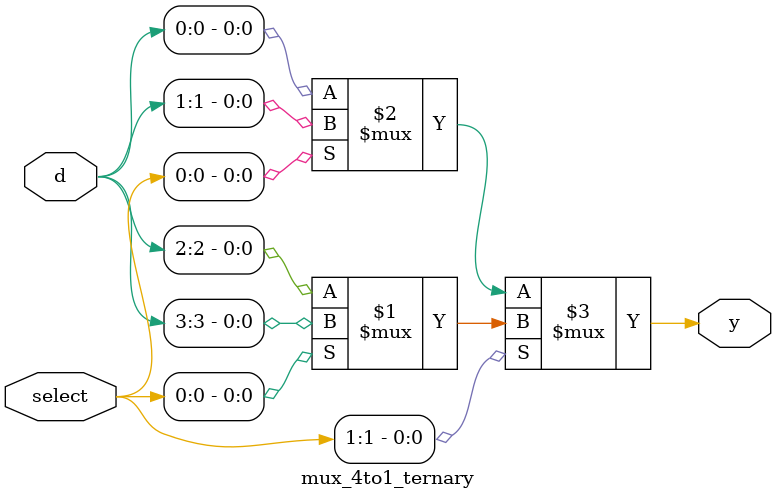
<source format=v>
module mux_4to1_case(input [3:0]d,input [1:0]select, output reg y);
always @(select,d)
begin
	case(select)
	2'b00:y=d[0];
	2'b01:y=d[1];
	2'b10:y=d[2];
	2'b11:y=d[3];
	endcase
end
endmodule

module mux_4to1_if(input [3:0]d,input [1:0]select, output reg y);
always @(select,d)
begin	
	if(select==2'b00)
		y=d[0];
	else if(select==2'b01)
		y=d[1];
	else if(select==2'b10)
		y=d[2];
	else 
		y=d[3];
end
endmodule

module mux_4to1_ternary(input [3:0]d, input [1:0]select, output y);
assign y=select[1]?(select[0]?d[3]:d[2]):(select[0]?d[1]:d[0]);
endmodule

	
</source>
